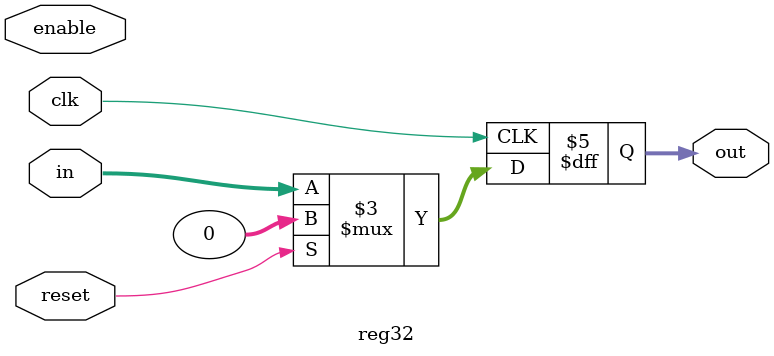
<source format=v>
/*
 * Mark Mossberg
 * 11/12/14
 * EECE 3324 - Homework 6
 *
 * 32 bit register
 */

`timescale 1ns / 1ns

module reg32 (clk, in, enable, reset, out);

input enable, reset, clk;
input [31:0] in;
output reg [31:0] out;

always @(posedge clk)
begin
    if (reset)
        out <= 0;
    else begin
        out <= in;
    end
end

endmodule

</source>
